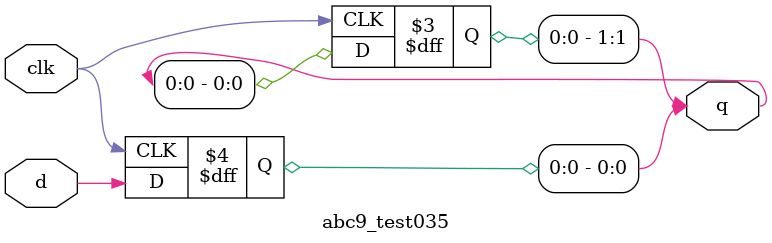
<source format=v>
module abc9_test001(input a, output o);
assign o = a;
endmodule

module abc9_test002(input [1:0] a, output o);
assign o = a[1];
endmodule

module abc9_test003(input [1:0] a, output [1:0] o);
assign o = a;
endmodule

module abc9_test004(input [1:0] a, output o);
assign o = ^a;
endmodule

module abc9_test005(input [1:0] a, output o, output p);
assign o = ^a;
assign p = ~o;
endmodule

module abc9_test006(input [1:0] a, output [2:0] o);
assign o[0] = ^a;
assign o[1] = ~o[0];
assign o[2] = o[1];
endmodule

module abc9_test007(input a, output o);
wire b, c;
assign c = ~a;
assign b = c;
abc9_test007_sub s(b, o);
endmodule

module abc9_test007_sub(input a, output b);
assign b = a;
endmodule

module abc9_test008(input a, output o);
wire b, c;
assign b = ~a;
assign c = b;
abc9_test008_sub s(b, o);
endmodule

module abc9_test008_sub(input a, output b);
assign b = ~a;
endmodule

module abc9_test009(inout io, input oe);
reg latch;
always @(io or oe)
    if (!oe)
        latch <= io;
assign io = oe ? ~latch : 1'bz;
endmodule

module abc9_test010(inout [7:0] io, input oe);
reg [7:0] latch;
always @(io or oe)
    if (!oe)
        latch <= io;
assign io = oe ? ~latch : 8'bz;
endmodule

module abc9_test011(inout io, input oe);
reg latch;
always @(io or oe)
    if (!oe)
        latch <= io;
//assign io = oe ? ~latch : 8'bz;
endmodule

module abc9_test012(inout io, input oe);
reg latch;
//always @(io or oe)
//    if (!oe)
//        latch <= io;
assign io = oe ? ~latch : 8'bz;
endmodule

module abc9_test013(inout [3:0] io, input oe);
reg [3:0] latch;
always @(io or oe)
    if (!oe)
        latch[3:0] <= io[3:0];
    else
        latch[7:4] <= io;
assign io[3:0] = oe ? ~latch[3:0] : 4'bz;
assign io[7:4] = !oe ? {latch[4], latch[7:3]} : 4'bz;
endmodule

module abc9_test014(inout [7:0] io, input oe);
abc9_test012_sub sub(io, oe);
endmodule

module abc9_test012_sub(inout [7:0] io, input oe);
reg [7:0] latch;
always @(io or oe)
    if (!oe)
        latch[3:0] <= io;
    else
        latch[7:4] <= io;
assign io[3:0] = oe ? ~latch[3:0] : 4'bz;
assign io[7:4] = !oe ? {latch[4], latch[7:3]} : 4'bz;
endmodule

module abc9_test015(input a, output b, input c);
assign b = ~a;
(* keep *) wire d;
assign d = ~c;
endmodule

module abc9_test016(input a, output b);
assign b = ~a;
(* keep *) reg c;
always @* c <= ~a;
endmodule

module abc9_test017(input a, output b);
assign b = ~a;
(* keep *) reg c;
always @* c = b;
endmodule

module abc9_test018(input a, output b, output c);
assign b = ~a;
(* keep *) wire [1:0] d;
assign c = &d;
endmodule

module abc9_test019(input a, output b);
assign b = ~a;
(* keep *) reg [1:0] c;
reg d;
always @* d <= &c;
endmodule

module abc9_test020(input a, output b);
assign b = ~a;
(* keep *) reg [1:0] c;
(* keep *) reg d;
always @* d <= &c;
endmodule

// Citation: https://github.com/alexforencich/verilog-ethernet
module abc9_test021(clk, rst, s_eth_hdr_valid, s_eth_hdr_ready, s_eth_dest_mac, s_eth_src_mac, s_eth_type, s_eth_payload_axis_tdata, s_eth_payload_axis_tkeep, s_eth_payload_axis_tvalid, s_eth_payload_axis_tready, s_eth_payload_axis_tlast, s_eth_payload_axis_tid, s_eth_payload_axis_tdest, s_eth_payload_axis_tuser, m_eth_hdr_valid, m_eth_hdr_ready, m_eth_dest_mac, m_eth_src_mac, m_eth_type, m_eth_payload_axis_tdata, m_eth_payload_axis_tkeep, m_eth_payload_axis_tvalid, m_eth_payload_axis_tready, m_eth_payload_axis_tlast, m_eth_payload_axis_tid, m_eth_payload_axis_tdest, m_eth_payload_axis_tuser);
  input clk;
  output [47:0] m_eth_dest_mac;
  input m_eth_hdr_ready;
  output m_eth_hdr_valid;
  output [7:0] m_eth_payload_axis_tdata;
  output [7:0] m_eth_payload_axis_tdest;
  output [7:0] m_eth_payload_axis_tid;
  output m_eth_payload_axis_tkeep;
  output m_eth_payload_axis_tlast;
  input m_eth_payload_axis_tready;
  output m_eth_payload_axis_tuser;
  output m_eth_payload_axis_tvalid;
  output [47:0] m_eth_src_mac;
  output [15:0] m_eth_type;
  input rst;
  input [191:0] s_eth_dest_mac;
  output [3:0] s_eth_hdr_ready;
  input [3:0] s_eth_hdr_valid;
  input [31:0] s_eth_payload_axis_tdata;
  input [31:0] s_eth_payload_axis_tdest;
  input [31:0] s_eth_payload_axis_tid;
  input [3:0] s_eth_payload_axis_tkeep;
  input [3:0] s_eth_payload_axis_tlast;
  output [3:0] s_eth_payload_axis_tready;
  input [3:0] s_eth_payload_axis_tuser;
  input [3:0] s_eth_payload_axis_tvalid;
  input [191:0] s_eth_src_mac;
  input [63:0] s_eth_type;
  (* keep *)
  wire [0:0] grant, request;
  wire a;
  not u0 (
    a,
    grant[0]
  );
  and u1  (
    request[0],
    s_eth_hdr_valid[0],
    a
  );
  (* keep *)
  MUXF8 u2  (
    .I0(1'bx),
    .I1(1'bx),
    .O(o),
    .S(1'bx)
  );
  arbiter  arb_inst (
    .acknowledge(acknowledge),
    .clk(clk),
    .grant(grant),
    .grant_encoded(grant_encoded),
    .grant_valid(grant_valid),
    .request(request),
    .rst(rst)
  );
endmodule

module arbiter (clk, rst, request, acknowledge, grant, grant_valid, grant_encoded);
  input [3:0] acknowledge;
  input clk;
  output [3:0] grant;
  output [1:0] grant_encoded;
  output grant_valid;
  input [3:0] request;
  input rst;
endmodule

(* abc9_box_id=1, whitebox *)
module MUXF8(input I0, I1, S, output O);
endmodule

// Citation: https://github.com/alexforencich/verilog-ethernet
module abc9_test022
(
    input  wire        clk,
    input  wire        i,
    output wire [7:0]  m_eth_payload_axis_tkeep
);
    reg [7:0]  m_eth_payload_axis_tkeep_reg = 8'd0;
    assign m_eth_payload_axis_tkeep = m_eth_payload_axis_tkeep_reg;
    always @(posedge clk)
        m_eth_payload_axis_tkeep_reg <= i ? 8'hff : 8'h0f;
endmodule

// Citation: https://github.com/riscv/riscv-bitmanip
module abc9_test023 #(
	parameter integer N = 2,
	parameter integer M = 2
) (
	input [7:0] din,
	output [M-1:0] dout
);
	wire [2*M-1:0] mask = {M{1'b1}};
	assign dout = (mask << din[N-1:0]) >> M;
endmodule

module abc9_test024(input [3:0] i, output [3:0] o);
abc9_test024_sub a(i[1:0], o[1:0]);
endmodule

module abc9_test024_sub(input [1:0] i, output [1:0] o);
assign o = i;
endmodule

module abc9_test025(input [3:0] i, output [3:0] o);
abc9_test024_sub a(i[2:1], o[2:1]);
endmodule

module abc9_test026(output [3:0] o, p);
assign o = { 1'b1, 1'bx };
assign p = { 1'b1, 1'bx, 1'b0 };
endmodule

module abc9_test030(input [3:0] d, input en, output reg [3:0] q);
always @*
  if (en)
    q <= d;
endmodule

module abc9_test031(input clk1, clk2, d, output reg q1, q2);
always @(posedge clk1) q1 <= d;
always @(negedge clk2) q2 <= q1;
endmodule

module abc9_test032(input clk, d, r, output reg q);
always @(posedge clk or posedge r)
    if (r) q <= 1'b0;
    else q <= d;
endmodule

module abc9_test033(input clk, d, r, output reg q);
always @(negedge clk or posedge r)
    if (r) q <= 1'b1;
    else q <= d;
endmodule

module abc9_test034(input clk, d, output reg q1, q2);
always @(posedge clk) q1 <= d;
always @(posedge clk) q2 <= q1;
endmodule

module abc9_test035(input clk, d, output reg [1:0] q);
always @(posedge clk) q[0] <= d;
always @(negedge clk) q[1] <= q[0];
endmodule

</source>
